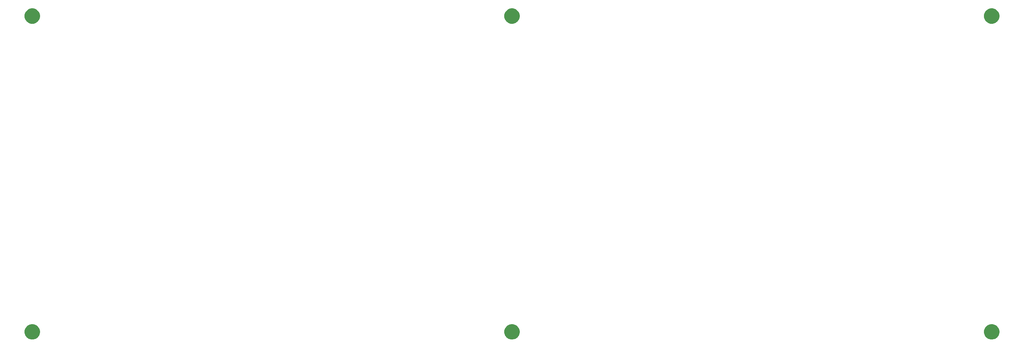
<source format=gts>
G04 #@! TF.GenerationSoftware,KiCad,Pcbnew,(5.1.5-0-10_14)*
G04 #@! TF.CreationDate,2020-11-29T10:14:52+01:00*
G04 #@! TF.ProjectId,plate_bot,706c6174-655f-4626-9f74-2e6b69636164,rev?*
G04 #@! TF.SameCoordinates,Original*
G04 #@! TF.FileFunction,Soldermask,Top*
G04 #@! TF.FilePolarity,Negative*
%FSLAX46Y46*%
G04 Gerber Fmt 4.6, Leading zero omitted, Abs format (unit mm)*
G04 Created by KiCad (PCBNEW (5.1.5-0-10_14)) date 2020-11-29 10:14:52*
%MOMM*%
%LPD*%
G04 APERTURE LIST*
%ADD10C,0.100000*%
G04 APERTURE END LIST*
D10*
G36*
X372667754Y-206648318D02*
G01*
X373041011Y-206802926D01*
X373041013Y-206802927D01*
X373376936Y-207027384D01*
X373662616Y-207313064D01*
X373887074Y-207648989D01*
X374041682Y-208022246D01*
X374120500Y-208418493D01*
X374120500Y-208822507D01*
X374041682Y-209218754D01*
X373887074Y-209592011D01*
X373887073Y-209592013D01*
X373662616Y-209927936D01*
X373376936Y-210213616D01*
X373041013Y-210438073D01*
X373041012Y-210438074D01*
X373041011Y-210438074D01*
X372667754Y-210592682D01*
X372271507Y-210671500D01*
X371867493Y-210671500D01*
X371471246Y-210592682D01*
X371097989Y-210438074D01*
X371097988Y-210438074D01*
X371097987Y-210438073D01*
X370762064Y-210213616D01*
X370476384Y-209927936D01*
X370251927Y-209592013D01*
X370251926Y-209592011D01*
X370097318Y-209218754D01*
X370018500Y-208822507D01*
X370018500Y-208418493D01*
X370097318Y-208022246D01*
X370251926Y-207648989D01*
X370476384Y-207313064D01*
X370762064Y-207027384D01*
X371097987Y-206802927D01*
X371097989Y-206802926D01*
X371471246Y-206648318D01*
X371867493Y-206569500D01*
X372271507Y-206569500D01*
X372667754Y-206648318D01*
G37*
G36*
X244914504Y-206648318D02*
G01*
X245287761Y-206802926D01*
X245287763Y-206802927D01*
X245623686Y-207027384D01*
X245909366Y-207313064D01*
X246133824Y-207648989D01*
X246288432Y-208022246D01*
X246367250Y-208418493D01*
X246367250Y-208822507D01*
X246288432Y-209218754D01*
X246133824Y-209592011D01*
X246133823Y-209592013D01*
X245909366Y-209927936D01*
X245623686Y-210213616D01*
X245287763Y-210438073D01*
X245287762Y-210438074D01*
X245287761Y-210438074D01*
X244914504Y-210592682D01*
X244518257Y-210671500D01*
X244114243Y-210671500D01*
X243717996Y-210592682D01*
X243344739Y-210438074D01*
X243344738Y-210438074D01*
X243344737Y-210438073D01*
X243008814Y-210213616D01*
X242723134Y-209927936D01*
X242498677Y-209592013D01*
X242498676Y-209592011D01*
X242344068Y-209218754D01*
X242265250Y-208822507D01*
X242265250Y-208418493D01*
X242344068Y-208022246D01*
X242498676Y-207648989D01*
X242723134Y-207313064D01*
X243008814Y-207027384D01*
X243344737Y-206802927D01*
X243344739Y-206802926D01*
X243717996Y-206648318D01*
X244114243Y-206569500D01*
X244518257Y-206569500D01*
X244914504Y-206648318D01*
G37*
G36*
X117161254Y-206648318D02*
G01*
X117534511Y-206802926D01*
X117534513Y-206802927D01*
X117870436Y-207027384D01*
X118156116Y-207313064D01*
X118380574Y-207648989D01*
X118535182Y-208022246D01*
X118614000Y-208418493D01*
X118614000Y-208822507D01*
X118535182Y-209218754D01*
X118380574Y-209592011D01*
X118380573Y-209592013D01*
X118156116Y-209927936D01*
X117870436Y-210213616D01*
X117534513Y-210438073D01*
X117534512Y-210438074D01*
X117534511Y-210438074D01*
X117161254Y-210592682D01*
X116765007Y-210671500D01*
X116360993Y-210671500D01*
X115964746Y-210592682D01*
X115591489Y-210438074D01*
X115591488Y-210438074D01*
X115591487Y-210438073D01*
X115255564Y-210213616D01*
X114969884Y-209927936D01*
X114745427Y-209592013D01*
X114745426Y-209592011D01*
X114590818Y-209218754D01*
X114512000Y-208822507D01*
X114512000Y-208418493D01*
X114590818Y-208022246D01*
X114745426Y-207648989D01*
X114969884Y-207313064D01*
X115255564Y-207027384D01*
X115591487Y-206802927D01*
X115591489Y-206802926D01*
X115964746Y-206648318D01*
X116360993Y-206569500D01*
X116765007Y-206569500D01*
X117161254Y-206648318D01*
G37*
G36*
X372667754Y-122528318D02*
G01*
X373041011Y-122682926D01*
X373041013Y-122682927D01*
X373376936Y-122907384D01*
X373662616Y-123193064D01*
X373887074Y-123528989D01*
X374041682Y-123902246D01*
X374120500Y-124298493D01*
X374120500Y-124702507D01*
X374041682Y-125098754D01*
X373887074Y-125472011D01*
X373887073Y-125472013D01*
X373662616Y-125807936D01*
X373376936Y-126093616D01*
X373041013Y-126318073D01*
X373041012Y-126318074D01*
X373041011Y-126318074D01*
X372667754Y-126472682D01*
X372271507Y-126551500D01*
X371867493Y-126551500D01*
X371471246Y-126472682D01*
X371097989Y-126318074D01*
X371097988Y-126318074D01*
X371097987Y-126318073D01*
X370762064Y-126093616D01*
X370476384Y-125807936D01*
X370251927Y-125472013D01*
X370251926Y-125472011D01*
X370097318Y-125098754D01*
X370018500Y-124702507D01*
X370018500Y-124298493D01*
X370097318Y-123902246D01*
X370251926Y-123528989D01*
X370476384Y-123193064D01*
X370762064Y-122907384D01*
X371097987Y-122682927D01*
X371097989Y-122682926D01*
X371471246Y-122528318D01*
X371867493Y-122449500D01*
X372271507Y-122449500D01*
X372667754Y-122528318D01*
G37*
G36*
X244914504Y-122528318D02*
G01*
X245287761Y-122682926D01*
X245287763Y-122682927D01*
X245623686Y-122907384D01*
X245909366Y-123193064D01*
X246133824Y-123528989D01*
X246288432Y-123902246D01*
X246367250Y-124298493D01*
X246367250Y-124702507D01*
X246288432Y-125098754D01*
X246133824Y-125472011D01*
X246133823Y-125472013D01*
X245909366Y-125807936D01*
X245623686Y-126093616D01*
X245287763Y-126318073D01*
X245287762Y-126318074D01*
X245287761Y-126318074D01*
X244914504Y-126472682D01*
X244518257Y-126551500D01*
X244114243Y-126551500D01*
X243717996Y-126472682D01*
X243344739Y-126318074D01*
X243344738Y-126318074D01*
X243344737Y-126318073D01*
X243008814Y-126093616D01*
X242723134Y-125807936D01*
X242498677Y-125472013D01*
X242498676Y-125472011D01*
X242344068Y-125098754D01*
X242265250Y-124702507D01*
X242265250Y-124298493D01*
X242344068Y-123902246D01*
X242498676Y-123528989D01*
X242723134Y-123193064D01*
X243008814Y-122907384D01*
X243344737Y-122682927D01*
X243344739Y-122682926D01*
X243717996Y-122528318D01*
X244114243Y-122449500D01*
X244518257Y-122449500D01*
X244914504Y-122528318D01*
G37*
G36*
X117161254Y-122528318D02*
G01*
X117534511Y-122682926D01*
X117534513Y-122682927D01*
X117870436Y-122907384D01*
X118156116Y-123193064D01*
X118380574Y-123528989D01*
X118535182Y-123902246D01*
X118614000Y-124298493D01*
X118614000Y-124702507D01*
X118535182Y-125098754D01*
X118380574Y-125472011D01*
X118380573Y-125472013D01*
X118156116Y-125807936D01*
X117870436Y-126093616D01*
X117534513Y-126318073D01*
X117534512Y-126318074D01*
X117534511Y-126318074D01*
X117161254Y-126472682D01*
X116765007Y-126551500D01*
X116360993Y-126551500D01*
X115964746Y-126472682D01*
X115591489Y-126318074D01*
X115591488Y-126318074D01*
X115591487Y-126318073D01*
X115255564Y-126093616D01*
X114969884Y-125807936D01*
X114745427Y-125472013D01*
X114745426Y-125472011D01*
X114590818Y-125098754D01*
X114512000Y-124702507D01*
X114512000Y-124298493D01*
X114590818Y-123902246D01*
X114745426Y-123528989D01*
X114969884Y-123193064D01*
X115255564Y-122907384D01*
X115591487Y-122682927D01*
X115591489Y-122682926D01*
X115964746Y-122528318D01*
X116360993Y-122449500D01*
X116765007Y-122449500D01*
X117161254Y-122528318D01*
G37*
M02*

</source>
